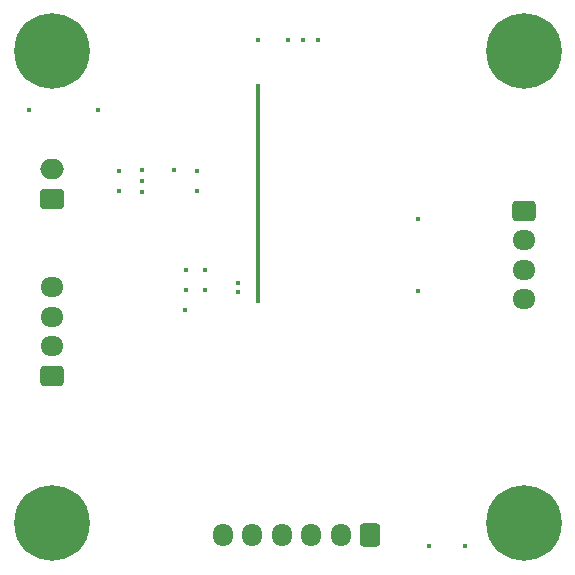
<source format=gbr>
%TF.GenerationSoftware,KiCad,Pcbnew,9.0.7*%
%TF.CreationDate,2026-02-11T09:42:11+01:00*%
%TF.ProjectId,3DN_td_kicad,33444e5f-7464-45f6-9b69-6361642e6b69,1.0*%
%TF.SameCoordinates,Original*%
%TF.FileFunction,Copper,L4,Bot*%
%TF.FilePolarity,Positive*%
%FSLAX46Y46*%
G04 Gerber Fmt 4.6, Leading zero omitted, Abs format (unit mm)*
G04 Created by KiCad (PCBNEW 9.0.7) date 2026-02-11 09:42:11*
%MOMM*%
%LPD*%
G01*
G04 APERTURE LIST*
G04 Aperture macros list*
%AMRoundRect*
0 Rectangle with rounded corners*
0 $1 Rounding radius*
0 $2 $3 $4 $5 $6 $7 $8 $9 X,Y pos of 4 corners*
0 Add a 4 corners polygon primitive as box body*
4,1,4,$2,$3,$4,$5,$6,$7,$8,$9,$2,$3,0*
0 Add four circle primitives for the rounded corners*
1,1,$1+$1,$2,$3*
1,1,$1+$1,$4,$5*
1,1,$1+$1,$6,$7*
1,1,$1+$1,$8,$9*
0 Add four rect primitives between the rounded corners*
20,1,$1+$1,$2,$3,$4,$5,0*
20,1,$1+$1,$4,$5,$6,$7,0*
20,1,$1+$1,$6,$7,$8,$9,0*
20,1,$1+$1,$8,$9,$2,$3,0*%
G04 Aperture macros list end*
%TA.AperFunction,ComponentPad*%
%ADD10RoundRect,0.250000X0.750000X-0.600000X0.750000X0.600000X-0.750000X0.600000X-0.750000X-0.600000X0*%
%TD*%
%TA.AperFunction,ComponentPad*%
%ADD11O,2.000000X1.700000*%
%TD*%
%TA.AperFunction,ComponentPad*%
%ADD12RoundRect,0.250000X-0.725000X0.600000X-0.725000X-0.600000X0.725000X-0.600000X0.725000X0.600000X0*%
%TD*%
%TA.AperFunction,ComponentPad*%
%ADD13O,1.950000X1.700000*%
%TD*%
%TA.AperFunction,ComponentPad*%
%ADD14RoundRect,0.250000X0.600000X0.725000X-0.600000X0.725000X-0.600000X-0.725000X0.600000X-0.725000X0*%
%TD*%
%TA.AperFunction,ComponentPad*%
%ADD15O,1.700000X1.950000*%
%TD*%
%TA.AperFunction,ComponentPad*%
%ADD16RoundRect,0.250000X0.725000X-0.600000X0.725000X0.600000X-0.725000X0.600000X-0.725000X-0.600000X0*%
%TD*%
%TA.AperFunction,ComponentPad*%
%ADD17C,0.800000*%
%TD*%
%TA.AperFunction,ComponentPad*%
%ADD18C,6.400000*%
%TD*%
%TA.AperFunction,ViaPad*%
%ADD19C,0.450000*%
%TD*%
%TA.AperFunction,Conductor*%
%ADD20C,0.300000*%
%TD*%
G04 APERTURE END LIST*
D10*
%TO.P,J5,1,Pin_1*%
%TO.N,GND*%
X100000000Y-112500000D03*
D11*
%TO.P,J5,2,Pin_2*%
%TO.N,+5V*%
X100000000Y-110000000D03*
%TD*%
D12*
%TO.P,J4,1,Pin_1*%
%TO.N,GND*%
X140000000Y-113500000D03*
D13*
%TO.P,J4,2,Pin_2*%
%TO.N,/I2C2_SDA*%
X140000000Y-116000000D03*
%TO.P,J4,3,Pin_3*%
%TO.N,/I2C2_SCL*%
X140000000Y-118500000D03*
%TO.P,J4,4,Pin_4*%
%TO.N,+3.3V*%
X140000000Y-121000000D03*
%TD*%
D14*
%TO.P,J3,1,Pin_1*%
%TO.N,GND*%
X127000000Y-141000000D03*
D15*
%TO.P,J3,2,Pin_2*%
%TO.N,/SPI1_MOSI*%
X124500000Y-141000000D03*
%TO.P,J3,3,Pin_3*%
%TO.N,/SPI1_MISO*%
X122000000Y-141000000D03*
%TO.P,J3,4,Pin_4*%
%TO.N,/SPI1_SCK*%
X119500000Y-141000000D03*
%TO.P,J3,5,Pin_5*%
%TO.N,/SPI1_NSS*%
X117000000Y-141000000D03*
%TO.P,J3,6,Pin_6*%
%TO.N,+3.3V*%
X114500000Y-141000000D03*
%TD*%
D16*
%TO.P,J2,1,Pin_1*%
%TO.N,GND*%
X100000000Y-127500000D03*
D13*
%TO.P,J2,2,Pin_2*%
%TO.N,/ADC_IN1*%
X100000000Y-125000000D03*
%TO.P,J2,3,Pin_3*%
%TO.N,/ADC_IN0*%
X100000000Y-122500000D03*
%TO.P,J2,4,Pin_4*%
%TO.N,+3.3V*%
X100000000Y-120000000D03*
%TD*%
D17*
%TO.P,H4,1,1*%
%TO.N,GND*%
X137600000Y-140000000D03*
X138302944Y-138302944D03*
X138302944Y-141697056D03*
X140000000Y-137600000D03*
D18*
X140000000Y-140000000D03*
D17*
X140000000Y-142400000D03*
X141697056Y-138302944D03*
X141697056Y-141697056D03*
X142400000Y-140000000D03*
%TD*%
%TO.P,H3,1,1*%
%TO.N,GND*%
X97600000Y-140000000D03*
X98302944Y-138302944D03*
X98302944Y-141697056D03*
X100000000Y-137600000D03*
D18*
X100000000Y-140000000D03*
D17*
X100000000Y-142400000D03*
X101697056Y-138302944D03*
X101697056Y-141697056D03*
X102400000Y-140000000D03*
%TD*%
%TO.P,H2,1,1*%
%TO.N,GND*%
X137600000Y-100000000D03*
X138302944Y-98302944D03*
X138302944Y-101697056D03*
X140000000Y-97600000D03*
D18*
X140000000Y-100000000D03*
D17*
X140000000Y-102400000D03*
X141697056Y-98302944D03*
X141697056Y-101697056D03*
X142400000Y-100000000D03*
%TD*%
%TO.P,H1,1,1*%
%TO.N,GND*%
X97600000Y-100000000D03*
X98302944Y-98302944D03*
X98302944Y-101697056D03*
X100000000Y-97600000D03*
D18*
X100000000Y-100000000D03*
D17*
X100000000Y-102400000D03*
X101697056Y-98302944D03*
X101697056Y-101697056D03*
X102400000Y-100000000D03*
%TD*%
D19*
%TO.N,/nRST*%
X117460000Y-102950000D03*
X117500000Y-121200000D03*
%TO.N,GND*%
X135000000Y-141875000D03*
X132000000Y-141875000D03*
X111337500Y-121900000D03*
X113000000Y-120262500D03*
X111400000Y-120262500D03*
%TO.N,+3.3V*%
X111400000Y-118537500D03*
X113000000Y-118537500D03*
%TO.N,GND*%
X115825000Y-120400000D03*
%TO.N,+3.3V*%
X115825000Y-119600000D03*
X131000000Y-114187500D03*
X131000000Y-120312500D03*
X122540000Y-99050000D03*
%TO.N,GND*%
X117460000Y-99050000D03*
X121270000Y-99050000D03*
X120000000Y-99050000D03*
X98125000Y-105000000D03*
%TO.N,+3.3V*%
X103912500Y-105000000D03*
%TO.N,GND*%
X112300000Y-111862500D03*
%TO.N,+3.3V*%
X112300000Y-110137500D03*
X110350000Y-110050000D03*
%TO.N,+5V*%
X105700000Y-110137500D03*
%TO.N,GND*%
X105700000Y-111862500D03*
X107650000Y-111000000D03*
%TO.N,+5V*%
X107650000Y-111950000D03*
X107650000Y-110050000D03*
%TD*%
D20*
%TO.N,/nRST*%
X117500000Y-121200000D02*
X117460000Y-121160000D01*
X117460000Y-121160000D02*
X117460000Y-102950000D01*
%TD*%
M02*

</source>
